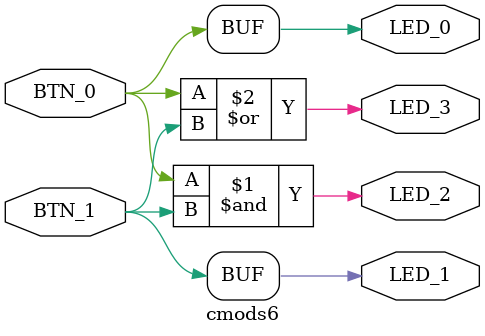
<source format=v>
module cmods6
(
    // input        CLK,         // FPGA_GCLK, 8MHz
    // input        CLK_LFC,     // FPGA_LFC, 1 Hz

    output       LED_0,
    output       LED_1,
    output       LED_2,
    output       LED_3,

    input        BTN_0,
    input        BTN_1   // ,

    // DEPP interface

    // input        DEPP_ASTB,   // Address strobe
    // input        DEPP_DSTB,   // Data strobe
    // input        DEPP_WRITE,  // Write enable (write operation = 0, read operation = 1)
    // output       DEPP_WAIT,   // Ready 
    // inout  [7:0] DBUS,

    // General purpose I/O

    // output [7:0] PORTA,
    // output [7:0] PORTB,
    // output [6:0] PORTC,
    // output [7:0] PORTD,
    // output [7:0] PORTE,
    // output [6:0] PORTF
);

    assign LED_0 = BTN_0;
    assign LED_1 = BTN_1;
    assign LED_2 = BTN_0 & BTN_1;
    assign LED_3 = BTN_0 | BTN_1;

endmodule

</source>
